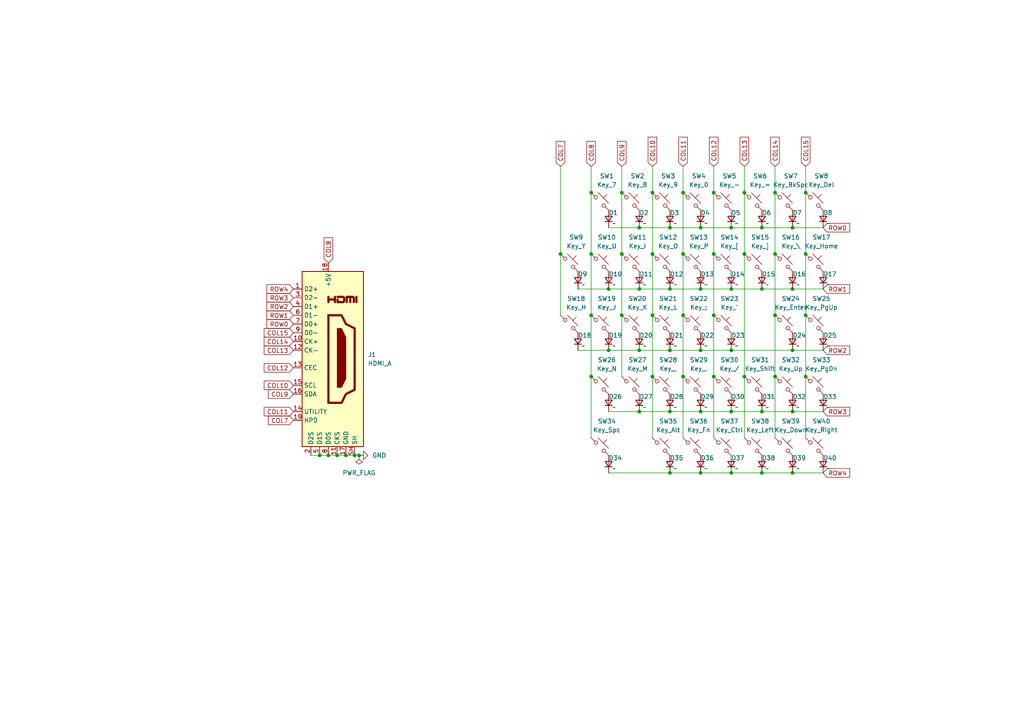
<source format=kicad_sch>
(kicad_sch (version 20231120) (generator "eeschema") (generator_version "8.0")
  (paper "A4")
  (lib_symbols
    (symbol "Connector:HDMI_A"
      (property "Reference" "J" (at -6.35 26.67 0))
      (property "Value" "HDMI_A" (at 10.16 26.67 0))
      (symbol "HDMI_A_0_0"
        (polyline (pts (xy 8.128 16.51) (xy 8.128 18.034)) (stroke (width 0.635)))
        (polyline (pts (xy 0 16.51) (xy 0 18.034) (xy 0 17.272) (xy 1.905 17.272) (xy 1.905 18.034) (xy 1.905 16.51)) (stroke (width 0.635)))
        (polyline (pts (xy 2.667 18.034) (xy 4.318 18.034) (xy 4.572 17.78) (xy 4.572 16.764) (xy 4.318 16.51) (xy 2.667 16.51) (xy 2.667 17.272)) (stroke (width 0.635)))
      )
      (symbol "HDMI_A_0_1"
        (rectangle (start -7.62 25.4) (end 10.16 -25.4) (stroke (width 0.254)) (fill (type background)))
        (polyline (pts (xy 2.54 8.89) (xy 3.81 8.89) (xy 5.08 6.35) (xy 5.08 -5.715) (xy 3.81 -8.255) (xy 2.54 -8.255) (xy 2.54 8.89)) (fill (type outline)))
        (polyline (pts (xy 5.334 16.51) (xy 5.334 18.034) (xy 6.35 18.034) (xy 6.35 16.51) (xy 6.35 18.034) (xy 7.112 18.034) (xy 7.366 17.78) (xy 7.366 16.51)) (stroke (width 0.635)))
        (polyline (pts (xy 0 12.7) (xy 0 -12.7) (xy 3.81 -12.7) (xy 5.08 -10.16) (xy 7.62 -8.89) (xy 7.62 8.89) (xy 5.08 10.16) (xy 3.81 12.7) (xy 0 12.7)) (stroke (width 0.635)))
      )
      (symbol "HDMI_A_1_1"
        (pin passive line (at -10.16 20.32 0) (length 2.54) (name "D2+") (number "1"))
        (pin passive line (at -10.16 5.08 0) (length 2.54) (name "CK+") (number "10"))
        (pin power_in line (at 2.54 -27.94 90) (length 2.54) (name "CKS") (number "11"))
        (pin passive line (at -10.16 2.54 0) (length 2.54) (name "CK-") (number "12"))
        (pin bidirectional line (at -10.16 -2.54 0) (length 2.54) (name "CEC") (number "13"))
        (pin passive line (at -10.16 -15.24 0) (length 2.54) (name "UTILITY") (number "14"))
        (pin passive line (at -10.16 -7.62 0) (length 2.54) (name "SCL") (number "15"))
        (pin bidirectional line (at -10.16 -10.16 0) (length 2.54) (name "SDA") (number "16"))
        (pin power_in line (at 5.08 -27.94 90) (length 2.54) (name "GND") (number "17"))
        (pin power_in line (at 0 27.94 270) (length 2.54) (name "+5V") (number "18"))
        (pin passive line (at -10.16 -17.78 0) (length 2.54) (name "HPD") (number "19"))
        (pin power_in line (at -5.08 -27.94 90) (length 2.54) (name "D2S") (number "2"))
        (pin passive line (at -10.16 17.78 0) (length 2.54) (name "D2-") (number "3"))
        (pin passive line (at -10.16 15.24 0) (length 2.54) (name "D1+") (number "4"))
        (pin power_in line (at -2.54 -27.94 90) (length 2.54) (name "D1S") (number "5"))
        (pin passive line (at -10.16 12.7 0) (length 2.54) (name "D1-") (number "6"))
        (pin passive line (at -10.16 10.16 0) (length 2.54) (name "D0+") (number "7"))
        (pin power_in line (at 0 -27.94 90) (length 2.54) (name "D0S") (number "8"))
        (pin passive line (at -10.16 7.62 0) (length 2.54) (name "D0-") (number "9"))
        (pin passive line (at 7.62 -27.94 90) (length 2.54) (name "SH") (number "SH"))
      )
    )
    (symbol "Device:D_Small" (pin_numbers hide) (pin_names (offset 0.254) hide)
      (property "Reference" "D" (at -1.27 2.032 0))
      (property "Value" "D_Small" (at -3.81 -2.032 0))
      (symbol "D_Small_0_1"
        (polyline (pts (xy -0.762 -1.016) (xy -0.762 1.016)) (stroke (width 0.254)))
        (polyline (pts (xy -0.762 0) (xy 0.762 0)))
        (polyline (pts (xy 0.762 -1.016) (xy -0.762 0) (xy 0.762 1.016) (xy 0.762 -1.016)) (stroke (width 0.254)))
      )
      (symbol "D_Small_1_1"
        (pin passive line (at -2.54 0 0) (length 1.778) (name "K") (number "1"))
        (pin passive line (at 2.54 0 180) (length 1.778) (name "A") (number "2"))
      )
    )
    (symbol "Switch:SW_Push_45deg" (pin_numbers hide) (pin_names (offset 1.016) hide)
      (property "Reference" "SW" (at 3.048 1.016 0))
      (property "Value" "SW_Push_45deg" (at 0 -3.81 0))
      (symbol "SW_Push_45deg_0_1"
        (circle (center -1.1684 1.1684) (radius 0.508))
        (polyline (pts (xy -0.508 2.54) (xy 2.54 -0.508)))
        (polyline (pts (xy 1.016 1.016) (xy 2.032 2.032)))
        (polyline (pts (xy -2.54 2.54) (xy -1.524 1.524) (xy -1.524 1.524)))
        (polyline (pts (xy 1.524 -1.524) (xy 2.54 -2.54) (xy 2.54 -2.54) (xy 2.54 -2.54)))
        (circle (center 1.143 -1.1938) (radius 0.508))
        (pin passive line (at -2.54 2.54 0) (length 0) (name "1") (number "1"))
        (pin passive line (at 2.54 -2.54 180) (length 0) (name "2") (number "2"))
      )
    )
    (symbol "power:GND" (power) (pin_numbers hide) (pin_names (offset 0) hide)
      (property "Value" "GND" (at 0 -3.81 0))
      (symbol "GND_0_1"
        (polyline (pts (xy 0 0) (xy 0 -1.27) (xy 1.27 -1.27) (xy 0 -2.54) (xy -1.27 -1.27) (xy 0 -1.27)))
      )
      (symbol "GND_1_1"
        (pin power_in line (at 0 0 270) (length 0) (name "~") (number "1"))
      )
    )
    (symbol "power:PWR_FLAG" (power) (pin_numbers hide) (pin_names (offset 0) hide)
      (property "Value" "PWR_FLAG" (at 0 3.81 0))
      (symbol "PWR_FLAG_0_0"
        (pin power_out line (at 0 0 90) (length 0) (name "~") (number "1"))
      )
      (symbol "PWR_FLAG_0_1"
        (polyline (pts (xy 0 0) (xy 0 1.27) (xy -1.016 1.905) (xy 0 2.54) (xy 1.016 1.905) (xy 0 1.27)))
      )
    )
  )
  (junction (at 180.34 55.88))
  (junction (at 102.87 132.08))
  (junction (at 212.09 66.04))
  (junction (at 198.12 55.88))
  (junction (at 194.31 137.16))
  (junction (at 198.12 91.44))
  (junction (at 198.12 109.22))
  (junction (at 215.9 73.66))
  (junction (at 203.2 66.04))
  (junction (at 212.09 119.38))
  (junction (at 224.79 91.44))
  (junction (at 224.79 55.88))
  (junction (at 229.87 101.6))
  (junction (at 194.31 66.04))
  (junction (at 220.98 66.04))
  (junction (at 207.01 55.88))
  (junction (at 194.31 119.38))
  (junction (at 97.79 132.08))
  (junction (at 220.98 137.16))
  (junction (at 176.53 101.6))
  (junction (at 207.01 91.44))
  (junction (at 207.01 109.22))
  (junction (at 229.87 66.04))
  (junction (at 233.68 91.44))
  (junction (at 162.56 73.66))
  (junction (at 176.53 83.82))
  (junction (at 100.33 132.08))
  (junction (at 220.98 83.82))
  (junction (at 171.45 109.22))
  (junction (at 233.68 73.66))
  (junction (at 212.09 83.82))
  (junction (at 207.01 73.66))
  (junction (at 180.34 73.66))
  (junction (at 212.09 101.6))
  (junction (at 95.25 132.08))
  (junction (at 185.42 101.6))
  (junction (at 215.9 109.22))
  (junction (at 189.23 73.66))
  (junction (at 203.2 83.82))
  (junction (at 203.2 101.6))
  (junction (at 212.09 137.16))
  (junction (at 198.12 73.66))
  (junction (at 203.2 119.38))
  (junction (at 229.87 137.16))
  (junction (at 189.23 55.88))
  (junction (at 185.42 83.82))
  (junction (at 189.23 109.22))
  (junction (at 104.14 132.08))
  (junction (at 180.34 91.44))
  (junction (at 171.45 55.88))
  (junction (at 171.45 91.44))
  (junction (at 194.31 101.6))
  (junction (at 224.79 109.22))
  (junction (at 229.87 119.38))
  (junction (at 215.9 55.88))
  (junction (at 189.23 91.44))
  (junction (at 194.31 83.82))
  (junction (at 220.98 119.38))
  (junction (at 224.79 73.66))
  (junction (at 185.42 119.38))
  (junction (at 171.45 73.66))
  (junction (at 229.87 83.82))
  (junction (at 203.2 137.16))
  (junction (at 233.68 55.88))
  (junction (at 92.71 132.08))
  (junction (at 233.68 109.22))
  (junction (at 185.42 66.04))
  (wire (pts (xy 176.53 137.16) (xy 194.31 137.16)))
  (wire (pts (xy 220.98 83.82) (xy 229.87 83.82)))
  (wire (pts (xy 203.2 83.82) (xy 212.09 83.82)))
  (wire (pts (xy 189.23 48.26) (xy 189.23 55.88)))
  (wire (pts (xy 97.79 132.08) (xy 100.33 132.08)))
  (wire (pts (xy 224.79 73.66) (xy 224.79 91.44)))
  (wire (pts (xy 198.12 55.88) (xy 198.12 73.66)))
  (wire (pts (xy 229.87 137.16) (xy 238.76 137.16)))
  (wire (pts (xy 180.34 91.44) (xy 180.34 109.22)))
  (wire (pts (xy 194.31 101.6) (xy 203.2 101.6)))
  (wire (pts (xy 229.87 101.6) (xy 238.76 101.6)))
  (wire (pts (xy 215.9 48.26) (xy 215.9 55.88)))
  (wire (pts (xy 95.25 132.08) (xy 97.79 132.08)))
  (wire (pts (xy 212.09 101.6) (xy 229.87 101.6)))
  (wire (pts (xy 162.56 73.66) (xy 162.56 91.44)))
  (wire (pts (xy 207.01 73.66) (xy 207.01 91.44)))
  (wire (pts (xy 233.68 55.88) (xy 233.68 73.66)))
  (wire (pts (xy 220.98 119.38) (xy 229.87 119.38)))
  (wire (pts (xy 203.2 66.04) (xy 212.09 66.04)))
  (wire (pts (xy 171.45 109.22) (xy 171.45 127)))
  (wire (pts (xy 207.01 48.26) (xy 207.01 55.88)))
  (wire (pts (xy 198.12 109.22) (xy 198.12 127)))
  (wire (pts (xy 185.42 119.38) (xy 194.31 119.38)))
  (wire (pts (xy 220.98 137.16) (xy 229.87 137.16)))
  (wire (pts (xy 167.64 83.82) (xy 176.53 83.82)))
  (wire (pts (xy 229.87 119.38) (xy 238.76 119.38)))
  (wire (pts (xy 220.98 66.04) (xy 229.87 66.04)))
  (wire (pts (xy 180.34 55.88) (xy 180.34 73.66)))
  (wire (pts (xy 167.64 101.6) (xy 176.53 101.6)))
  (wire (pts (xy 224.79 109.22) (xy 224.79 127)))
  (wire (pts (xy 229.87 83.82) (xy 238.76 83.82)))
  (wire (pts (xy 171.45 73.66) (xy 171.45 91.44)))
  (wire (pts (xy 233.68 48.26) (xy 233.68 55.88)))
  (wire (pts (xy 212.09 83.82) (xy 220.98 83.82)))
  (wire (pts (xy 194.31 66.04) (xy 203.2 66.04)))
  (wire (pts (xy 212.09 66.04) (xy 220.98 66.04)))
  (wire (pts (xy 90.17 132.08) (xy 92.71 132.08)))
  (wire (pts (xy 171.45 55.88) (xy 171.45 73.66)))
  (wire (pts (xy 233.68 73.66) (xy 233.68 91.44)))
  (wire (pts (xy 176.53 66.04) (xy 185.42 66.04)))
  (wire (pts (xy 224.79 48.26) (xy 224.79 55.88)))
  (wire (pts (xy 229.87 66.04) (xy 238.76 66.04)))
  (wire (pts (xy 92.71 132.08) (xy 95.25 132.08)))
  (wire (pts (xy 203.2 101.6) (xy 212.09 101.6)))
  (wire (pts (xy 198.12 91.44) (xy 198.12 109.22)))
  (wire (pts (xy 233.68 91.44) (xy 233.68 109.22)))
  (wire (pts (xy 207.01 109.22) (xy 207.01 127)))
  (wire (pts (xy 215.9 55.88) (xy 215.9 73.66)))
  (wire (pts (xy 189.23 55.88) (xy 189.23 73.66)))
  (wire (pts (xy 233.68 109.22) (xy 233.68 127)))
  (wire (pts (xy 215.9 73.66) (xy 215.9 109.22)))
  (wire (pts (xy 207.01 91.44) (xy 207.01 109.22)))
  (wire (pts (xy 203.2 119.38) (xy 212.09 119.38)))
  (wire (pts (xy 100.33 132.08) (xy 102.87 132.08)))
  (wire (pts (xy 189.23 109.22) (xy 189.23 127)))
  (wire (pts (xy 189.23 73.66) (xy 189.23 91.44)))
  (wire (pts (xy 185.42 66.04) (xy 194.31 66.04)))
  (wire (pts (xy 171.45 48.26) (xy 171.45 55.88)))
  (wire (pts (xy 180.34 73.66) (xy 180.34 91.44)))
  (wire (pts (xy 180.34 48.26) (xy 180.34 55.88)))
  (wire (pts (xy 176.53 101.6) (xy 185.42 101.6)))
  (wire (pts (xy 212.09 137.16) (xy 220.98 137.16)))
  (wire (pts (xy 162.56 48.26) (xy 162.56 73.66)))
  (wire (pts (xy 203.2 137.16) (xy 212.09 137.16)))
  (wire (pts (xy 185.42 101.6) (xy 194.31 101.6)))
  (wire (pts (xy 198.12 48.26) (xy 198.12 55.88)))
  (wire (pts (xy 212.09 119.38) (xy 220.98 119.38)))
  (wire (pts (xy 104.14 132.08) (xy 102.87 132.08)))
  (wire (pts (xy 198.12 73.66) (xy 198.12 91.44)))
  (wire (pts (xy 185.42 83.82) (xy 194.31 83.82)))
  (wire (pts (xy 176.53 83.82) (xy 185.42 83.82)))
  (wire (pts (xy 207.01 55.88) (xy 207.01 73.66)))
  (wire (pts (xy 215.9 109.22) (xy 215.9 127)))
  (wire (pts (xy 224.79 91.44) (xy 224.79 109.22)))
  (wire (pts (xy 171.45 91.44) (xy 171.45 109.22)))
  (wire (pts (xy 194.31 137.16) (xy 203.2 137.16)))
  (wire (pts (xy 189.23 91.44) (xy 189.23 109.22)))
  (wire (pts (xy 194.31 119.38) (xy 203.2 119.38)))
  (wire (pts (xy 224.79 55.88) (xy 224.79 73.66)))
  (wire (pts (xy 194.31 83.82) (xy 203.2 83.82)))
  (wire (pts (xy 176.53 119.38) (xy 185.42 119.38)))
  (global_label "ROW4" (shape input) (at 85.09 83.82 180) (property "Intersheetrefs" "${INTERSHEET_REFS}" (effects (hide yes))))
  (global_label "COL9" (shape input) (at 180.34 48.26 90) (property "Intersheetrefs" "${INTERSHEET_REFS}" (effects (hide yes))))
  (global_label "ROW3" (shape input) (at 85.09 86.36 180) (property "Intersheetrefs" "${INTERSHEET_REFS}" (effects (hide yes))))
  (global_label "COL13" (shape input) (at 85.09 101.6 180) (property "Intersheetrefs" "${INTERSHEET_REFS}" (effects (hide yes))))
  (global_label "COL12" (shape input) (at 85.09 106.68 180) (property "Intersheetrefs" "${INTERSHEET_REFS}" (effects (hide yes))))
  (global_label "COL12" (shape input) (at 207.01 48.26 90) (property "Intersheetrefs" "${INTERSHEET_REFS}" (effects (hide yes))))
  (global_label "COL10" (shape input) (at 85.09 111.76 180) (property "Intersheetrefs" "${INTERSHEET_REFS}" (effects (hide yes))))
  (global_label "COL13" (shape input) (at 215.9 48.26 90) (property "Intersheetrefs" "${INTERSHEET_REFS}" (effects (hide yes))))
  (global_label "COL14" (shape input) (at 85.09 99.06 180) (property "Intersheetrefs" "${INTERSHEET_REFS}" (effects (hide yes))))
  (global_label "COL7" (shape input) (at 85.09 121.92 180) (property "Intersheetrefs" "${INTERSHEET_REFS}" (effects (hide yes))))
  (global_label "COL7" (shape input) (at 162.56 48.26 90) (property "Intersheetrefs" "${INTERSHEET_REFS}" (effects (hide yes))))
  (global_label "ROW1" (shape input) (at 238.76 83.82 0) (property "Intersheetrefs" "${INTERSHEET_REFS}" (effects (hide yes))))
  (global_label "COL11" (shape input) (at 198.12 48.26 90) (property "Intersheetrefs" "${INTERSHEET_REFS}" (effects (hide yes))))
  (global_label "COL8" (shape input) (at 95.25 76.2 90) (property "Intersheetrefs" "${INTERSHEET_REFS}" (effects (hide yes))))
  (global_label "ROW1" (shape input) (at 85.09 91.44 180) (property "Intersheetrefs" "${INTERSHEET_REFS}" (effects (hide yes))))
  (global_label "COL11" (shape input) (at 85.09 119.38 180) (property "Intersheetrefs" "${INTERSHEET_REFS}" (effects (hide yes))))
  (global_label "ROW2" (shape input) (at 85.09 88.9 180) (property "Intersheetrefs" "${INTERSHEET_REFS}" (effects (hide yes))))
  (global_label "ROW3" (shape input) (at 238.76 119.38 0) (property "Intersheetrefs" "${INTERSHEET_REFS}" (effects (hide yes))))
  (global_label "COL9" (shape input) (at 85.09 114.3 180) (property "Intersheetrefs" "${INTERSHEET_REFS}" (effects (hide yes))))
  (global_label "ROW0" (shape input) (at 238.76 66.04 0) (property "Intersheetrefs" "${INTERSHEET_REFS}" (effects (hide yes))))
  (global_label "ROW4" (shape input) (at 238.76 137.16 0) (property "Intersheetrefs" "${INTERSHEET_REFS}" (effects (hide yes))))
  (global_label "COL10" (shape input) (at 189.23 48.26 90) (property "Intersheetrefs" "${INTERSHEET_REFS}" (effects (hide yes))))
  (global_label "COL15" (shape input) (at 233.68 48.26 90) (property "Intersheetrefs" "${INTERSHEET_REFS}" (effects (hide yes))))
  (global_label "COL8" (shape input) (at 171.45 48.26 90) (property "Intersheetrefs" "${INTERSHEET_REFS}" (effects (hide yes))))
  (global_label "COL14" (shape input) (at 224.79 48.26 90) (property "Intersheetrefs" "${INTERSHEET_REFS}" (effects (hide yes))))
  (global_label "ROW2" (shape input) (at 238.76 101.6 0) (property "Intersheetrefs" "${INTERSHEET_REFS}" (effects (hide yes))))
  (global_label "COL15" (shape input) (at 85.09 96.52 180) (property "Intersheetrefs" "${INTERSHEET_REFS}" (effects (hide yes))))
  (global_label "ROW0" (shape input) (at 85.09 93.98 180) (property "Intersheetrefs" "${INTERSHEET_REFS}" (effects (hide yes))))
  (symbol (lib_id "Device:D_Small") (at 212.09 116.84 90) (unit 1)
    (property "Reference" "D30" (at 212.09 115.062 90) (effects (justify right)))
    (property "Value" "~" (at 213.106 118.11 90) (effects (justify right)))
    (property "Footprint" "Diode_SMD:D_SOD-123" (effects (hide yes)))
    (property "Description" "Diode, small symbol" (effects (hide yes)))
    (property "Sim.Device" "D" (effects (hide yes)))
    (property "Sim.Pins" "1=K 2=A" (effects (hide yes)))
  )
  (symbol (lib_id "Switch:SW_Push_45deg") (at 236.22 129.54 0) (unit 1)
    (property "Reference" "SW40" (at 238.252 122.174 0))
    (property "Value" "Key_Right" (at 238.252 124.714 0))
    (property "Footprint" "key-switches:SW_Gateron_LowProfile_HotSwap_Good" (effects (hide yes)))
    (property "Description" "Push button switch, normally open, two pins, 45° tilted" (effects (hide yes)))
  )
  (symbol (lib_id "Device:D_Small") (at 203.2 99.06 90) (unit 1)
    (property "Reference" "D22" (at 203.2 97.282 90) (effects (justify right)))
    (property "Value" "~" (at 204.216 100.33 90) (effects (justify right)))
    (property "Footprint" "Diode_SMD:D_SOD-123" (effects (hide yes)))
    (property "Description" "Diode, small symbol" (effects (hide yes)))
    (property "Sim.Device" "D" (effects (hide yes)))
    (property "Sim.Pins" "1=K 2=A" (effects (hide yes)))
  )
  (symbol (lib_id "Switch:SW_Push_45deg") (at 182.88 93.98 0) (unit 1)
    (property "Reference" "SW20" (at 184.912 86.614 0))
    (property "Value" "Key_K" (at 184.912 89.154 0))
    (property "Footprint" "key-switches:SW_Gateron_LowProfile_HotSwap_Good" (effects (hide yes)))
    (property "Description" "Push button switch, normally open, two pins, 45° tilted" (effects (hide yes)))
  )
  (symbol (lib_id "Switch:SW_Push_45deg") (at 209.55 129.54 0) (unit 1)
    (property "Reference" "SW37" (at 211.582 122.174 0))
    (property "Value" "Key_Ctrl" (at 211.582 124.714 0))
    (property "Footprint" "key-switches:SW_Gateron_LowProfile_HotSwap_Good" (effects (hide yes)))
    (property "Description" "Push button switch, normally open, two pins, 45° tilted" (effects (hide yes)))
  )
  (symbol (lib_id "Switch:SW_Push_45deg") (at 173.99 93.98 0) (unit 1)
    (property "Reference" "SW19" (at 176.022 86.614 0))
    (property "Value" "Key_J" (at 176.022 89.154 0))
    (property "Footprint" "key-switches:SW_Gateron_LowProfile_HotSwap_Good" (effects (hide yes)))
    (property "Description" "Push button switch, normally open, two pins, 45° tilted" (effects (hide yes)))
  )
  (symbol (lib_id "Device:D_Small") (at 229.87 81.28 90) (unit 1)
    (property "Reference" "D16" (at 229.87 79.502 90) (effects (justify right)))
    (property "Value" "~" (at 230.886 82.55 90) (effects (justify right)))
    (property "Footprint" "Diode_SMD:D_SOD-123" (effects (hide yes)))
    (property "Description" "Diode, small symbol" (effects (hide yes)))
    (property "Sim.Device" "D" (effects (hide yes)))
    (property "Sim.Pins" "1=K 2=A" (effects (hide yes)))
  )
  (symbol (lib_id "Device:D_Small") (at 185.42 99.06 90) (unit 1)
    (property "Reference" "D20" (at 185.42 97.282 90) (effects (justify right)))
    (property "Value" "~" (at 186.436 100.33 90) (effects (justify right)))
    (property "Footprint" "Diode_SMD:D_SOD-123" (effects (hide yes)))
    (property "Description" "Diode, small symbol" (effects (hide yes)))
    (property "Sim.Device" "D" (effects (hide yes)))
    (property "Sim.Pins" "1=K 2=A" (effects (hide yes)))
  )
  (symbol (lib_id "Switch:SW_Push_45deg") (at 165.1 76.2 0) (unit 1)
    (property "Reference" "SW9" (at 167.132 68.834 0))
    (property "Value" "Key_Y" (at 167.132 71.374 0))
    (property "Footprint" "key-switches:SW_Gateron_LowProfile_HotSwap_Good" (effects (hide yes)))
    (property "Description" "Push button switch, normally open, two pins, 45° tilted" (effects (hide yes)))
  )
  (symbol (lib_id "Device:D_Small") (at 194.31 99.06 90) (unit 1)
    (property "Reference" "D21" (at 194.31 97.282 90) (effects (justify right)))
    (property "Value" "~" (at 195.326 100.33 90) (effects (justify right)))
    (property "Footprint" "Diode_SMD:D_SOD-123" (effects (hide yes)))
    (property "Description" "Diode, small symbol" (effects (hide yes)))
    (property "Sim.Device" "D" (effects (hide yes)))
    (property "Sim.Pins" "1=K 2=A" (effects (hide yes)))
  )
  (symbol (lib_id "Device:D_Small") (at 203.2 134.62 90) (unit 1)
    (property "Reference" "D36" (at 203.2 132.842 90) (effects (justify right)))
    (property "Value" "~" (at 204.216 135.89 90) (effects (justify right)))
    (property "Footprint" "Diode_SMD:D_SOD-123" (effects (hide yes)))
    (property "Description" "Diode, small symbol" (effects (hide yes)))
    (property "Sim.Device" "D" (effects (hide yes)))
    (property "Sim.Pins" "1=K 2=A" (effects (hide yes)))
  )
  (symbol (lib_id "Switch:SW_Push_45deg") (at 236.22 58.42 0) (unit 1)
    (property "Reference" "SW8" (at 238.252 51.054 0))
    (property "Value" "Key_Del" (at 238.252 53.594 0))
    (property "Footprint" "key-switches:SW_Gateron_LowProfile_HotSwap_Good" (effects (hide yes)))
    (property "Description" "Push button switch, normally open, two pins, 45° tilted" (effects (hide yes)))
  )
  (symbol (lib_id "Device:D_Small") (at 185.42 63.5 90) (unit 1)
    (property "Reference" "D2" (at 185.42 61.722 90) (effects (justify right)))
    (property "Value" "~" (at 186.436 64.77 90) (effects (justify right)))
    (property "Footprint" "Diode_SMD:D_SOD-123" (effects (hide yes)))
    (property "Description" "Diode, small symbol" (effects (hide yes)))
    (property "Sim.Device" "D" (effects (hide yes)))
    (property "Sim.Pins" "1=K 2=A" (effects (hide yes)))
  )
  (symbol (lib_id "Device:D_Small") (at 212.09 99.06 90) (unit 1)
    (property "Reference" "D23" (at 212.09 97.282 90) (effects (justify right)))
    (property "Value" "~" (at 213.106 100.33 90) (effects (justify right)))
    (property "Footprint" "Diode_SMD:D_SOD-123" (effects (hide yes)))
    (property "Description" "Diode, small symbol" (effects (hide yes)))
    (property "Sim.Device" "D" (effects (hide yes)))
    (property "Sim.Pins" "1=K 2=A" (effects (hide yes)))
  )
  (symbol (lib_id "Device:D_Small") (at 212.09 63.5 90) (unit 1)
    (property "Reference" "D5" (at 212.09 61.722 90) (effects (justify right)))
    (property "Value" "~" (at 213.106 64.77 90) (effects (justify right)))
    (property "Footprint" "Diode_SMD:D_SOD-123" (effects (hide yes)))
    (property "Description" "Diode, small symbol" (effects (hide yes)))
    (property "Sim.Device" "D" (effects (hide yes)))
    (property "Sim.Pins" "1=K 2=A" (effects (hide yes)))
  )
  (symbol (lib_id "Device:D_Small") (at 229.87 134.62 90) (unit 1)
    (property "Reference" "D39" (at 229.87 132.842 90) (effects (justify right)))
    (property "Value" "~" (at 230.886 135.89 90) (effects (justify right)))
    (property "Footprint" "Diode_SMD:D_SOD-123" (effects (hide yes)))
    (property "Description" "Diode, small symbol" (effects (hide yes)))
    (property "Sim.Device" "D" (effects (hide yes)))
    (property "Sim.Pins" "1=K 2=A" (effects (hide yes)))
  )
  (symbol (lib_id "Device:D_Small") (at 167.64 81.28 90) (unit 1)
    (property "Reference" "D9" (at 167.64 79.502 90) (effects (justify right)))
    (property "Value" "~" (at 168.656 82.55 90) (effects (justify right)))
    (property "Footprint" "Diode_SMD:D_SOD-123" (effects (hide yes)))
    (property "Description" "Diode, small symbol" (effects (hide yes)))
    (property "Sim.Device" "D" (effects (hide yes)))
    (property "Sim.Pins" "1=K 2=A" (effects (hide yes)))
  )
  (symbol (lib_id "Switch:SW_Push_45deg") (at 182.88 58.42 0) (unit 1)
    (property "Reference" "SW2" (at 184.912 51.054 0))
    (property "Value" "Key_8" (at 184.912 53.594 0))
    (property "Footprint" "key-switches:SW_Gateron_LowProfile_HotSwap_Good" (effects (hide yes)))
    (property "Description" "Push button switch, normally open, two pins, 45° tilted" (effects (hide yes)))
  )
  (symbol (lib_id "Switch:SW_Push_45deg") (at 209.55 58.42 0) (unit 1)
    (property "Reference" "SW5" (at 211.582 51.054 0))
    (property "Value" "Key_-" (at 211.582 53.594 0))
    (property "Footprint" "key-switches:SW_Gateron_LowProfile_HotSwap_Good" (effects (hide yes)))
    (property "Description" "Push button switch, normally open, two pins, 45° tilted" (effects (hide yes)))
  )
  (symbol (lib_id "Switch:SW_Push_45deg") (at 227.33 111.76 0) (unit 1)
    (property "Reference" "SW32" (at 229.362 104.394 0))
    (property "Value" "Key_Up" (at 229.362 106.934 0))
    (property "Footprint" "key-switches:SW_Gateron_LowProfile_HotSwap_Good" (effects (hide yes)))
    (property "Description" "Push button switch, normally open, two pins, 45° tilted" (effects (hide yes)))
  )
  (symbol (lib_id "Device:D_Small") (at 194.31 63.5 90) (unit 1)
    (property "Reference" "D3" (at 194.31 61.722 90) (effects (justify right)))
    (property "Value" "~" (at 195.326 64.77 90) (effects (justify right)))
    (property "Footprint" "Diode_SMD:D_SOD-123" (effects (hide yes)))
    (property "Description" "Diode, small symbol" (effects (hide yes)))
    (property "Sim.Device" "D" (effects (hide yes)))
    (property "Sim.Pins" "1=K 2=A" (effects (hide yes)))
  )
  (symbol (lib_id "Switch:SW_Push_45deg") (at 236.22 93.98 0) (unit 1)
    (property "Reference" "SW25" (at 238.252 86.614 0))
    (property "Value" "Key_PgUp" (at 238.252 89.154 0))
    (property "Footprint" "key-switches:SW_Gateron_LowProfile_HotSwap_Good" (effects (hide yes)))
    (property "Description" "Push button switch, normally open, two pins, 45° tilted" (effects (hide yes)))
  )
  (symbol (lib_id "Device:D_Small") (at 203.2 81.28 90) (unit 1)
    (property "Reference" "D13" (at 203.2 79.502 90) (effects (justify right)))
    (property "Value" "~" (at 204.216 82.55 90) (effects (justify right)))
    (property "Footprint" "Diode_SMD:D_SOD-123" (effects (hide yes)))
    (property "Description" "Diode, small symbol" (effects (hide yes)))
    (property "Sim.Device" "D" (effects (hide yes)))
    (property "Sim.Pins" "1=K 2=A" (effects (hide yes)))
  )
  (symbol (lib_id "Switch:SW_Push_45deg") (at 200.66 58.42 0) (unit 1)
    (property "Reference" "SW4" (at 202.692 51.054 0))
    (property "Value" "Key_0" (at 202.692 53.594 0))
    (property "Footprint" "key-switches:SW_Gateron_LowProfile_HotSwap_Good" (effects (hide yes)))
    (property "Description" "Push button switch, normally open, two pins, 45° tilted" (effects (hide yes)))
  )
  (symbol (lib_id "Switch:SW_Push_45deg") (at 173.99 76.2 0) (unit 1)
    (property "Reference" "SW10" (at 176.022 68.834 0))
    (property "Value" "Key_U" (at 176.022 71.374 0))
    (property "Footprint" "key-switches:SW_Gateron_LowProfile_HotSwap_Good" (effects (hide yes)))
    (property "Description" "Push button switch, normally open, two pins, 45° tilted" (effects (hide yes)))
  )
  (symbol (lib_id "Switch:SW_Push_45deg") (at 227.33 58.42 0) (unit 1)
    (property "Reference" "SW7" (at 229.362 51.054 0))
    (property "Value" "Key_BkSpc" (at 229.362 53.594 0))
    (property "Footprint" "key-switches:SW_Gateron_LowProfile_HotSwap_Good" (effects (hide yes)))
    (property "Description" "Push button switch, normally open, two pins, 45° tilted" (effects (hide yes)))
  )
  (symbol (lib_id "Device:D_Small") (at 220.98 81.28 90) (unit 1)
    (property "Reference" "D15" (at 220.98 79.502 90) (effects (justify right)))
    (property "Value" "~" (at 221.996 82.55 90) (effects (justify right)))
    (property "Footprint" "Diode_SMD:D_SOD-123" (effects (hide yes)))
    (property "Description" "Diode, small symbol" (effects (hide yes)))
    (property "Sim.Device" "D" (effects (hide yes)))
    (property "Sim.Pins" "1=K 2=A" (effects (hide yes)))
  )
  (symbol (lib_id "Switch:SW_Push_45deg") (at 227.33 129.54 0) (unit 1)
    (property "Reference" "SW39" (at 229.362 122.174 0))
    (property "Value" "Key_Down" (at 229.362 124.714 0))
    (property "Footprint" "key-switches:SW_Gateron_LowProfile_HotSwap_Good" (effects (hide yes)))
    (property "Description" "Push button switch, normally open, two pins, 45° tilted" (effects (hide yes)))
  )
  (symbol (lib_id "Switch:SW_Push_45deg") (at 218.44 129.54 0) (unit 1)
    (property "Reference" "SW38" (at 220.472 122.174 0))
    (property "Value" "Key_Left" (at 220.472 124.714 0))
    (property "Footprint" "key-switches:SW_Gateron_LowProfile_HotSwap_Good" (effects (hide yes)))
    (property "Description" "Push button switch, normally open, two pins, 45° tilted" (effects (hide yes)))
  )
  (symbol (lib_id "Switch:SW_Push_45deg") (at 227.33 76.2 0) (unit 1)
    (property "Reference" "SW16" (at 229.362 68.834 0))
    (property "Value" "Key_\\" (at 229.362 71.374 0))
    (property "Footprint" "key-switches:SW_Gateron_LowProfile_HotSwap_Good" (effects (hide yes)))
    (property "Description" "Push button switch, normally open, two pins, 45° tilted" (effects (hide yes)))
  )
  (symbol (lib_id "Device:D_Small") (at 176.53 134.62 90) (unit 1)
    (property "Reference" "D34" (at 176.53 132.842 90) (effects (justify right)))
    (property "Value" "~" (at 177.546 135.89 90) (effects (justify right)))
    (property "Footprint" "Diode_SMD:D_SOD-123" (effects (hide yes)))
    (property "Description" "Diode, small symbol" (effects (hide yes)))
    (property "Sim.Device" "D" (effects (hide yes)))
    (property "Sim.Pins" "1=K 2=A" (effects (hide yes)))
  )
  (symbol (lib_id "Switch:SW_Push_45deg") (at 209.55 111.76 0) (unit 1)
    (property "Reference" "SW30" (at 211.582 104.394 0))
    (property "Value" "Key_/" (at 211.582 106.934 0))
    (property "Footprint" "key-switches:SW_Gateron_LowProfile_HotSwap_Good" (effects (hide yes)))
    (property "Description" "Push button switch, normally open, two pins, 45° tilted" (effects (hide yes)))
  )
  (symbol (lib_id "Switch:SW_Push_45deg") (at 227.33 93.98 0) (unit 1)
    (property "Reference" "SW24" (at 229.362 86.614 0))
    (property "Value" "Key_Enter" (at 229.362 89.154 0))
    (property "Footprint" "key-switches:SW_Gateron_LowProfile_HotSwap_Good" (effects (hide yes)))
    (property "Description" "Push button switch, normally open, two pins, 45° tilted" (effects (hide yes)))
  )
  (symbol (lib_id "Device:D_Small") (at 176.53 116.84 90) (unit 1)
    (property "Reference" "D26" (at 176.53 115.062 90) (effects (justify right)))
    (property "Value" "~" (at 177.546 118.11 90) (effects (justify right)))
    (property "Footprint" "Diode_SMD:D_SOD-123" (effects (hide yes)))
    (property "Description" "Diode, small symbol" (effects (hide yes)))
    (property "Sim.Device" "D" (effects (hide yes)))
    (property "Sim.Pins" "1=K 2=A" (effects (hide yes)))
  )
  (symbol (lib_id "Device:D_Small") (at 185.42 116.84 90) (unit 1)
    (property "Reference" "D27" (at 185.42 115.062 90) (effects (justify right)))
    (property "Value" "~" (at 186.436 118.11 90) (effects (justify right)))
    (property "Footprint" "Diode_SMD:D_SOD-123" (effects (hide yes)))
    (property "Description" "Diode, small symbol" (effects (hide yes)))
    (property "Sim.Device" "D" (effects (hide yes)))
    (property "Sim.Pins" "1=K 2=A" (effects (hide yes)))
  )
  (symbol (lib_id "Device:D_Small") (at 176.53 63.5 90) (unit 1)
    (property "Reference" "D1" (at 176.53 61.722 90) (effects (justify right)))
    (property "Value" "~" (at 177.546 64.77 90) (effects (justify right)))
    (property "Footprint" "Diode_SMD:D_SOD-123" (effects (hide yes)))
    (property "Description" "Diode, small symbol" (effects (hide yes)))
    (property "Sim.Device" "D" (effects (hide yes)))
    (property "Sim.Pins" "1=K 2=A" (effects (hide yes)))
  )
  (symbol (lib_id "Switch:SW_Push_45deg") (at 191.77 58.42 0) (unit 1)
    (property "Reference" "SW3" (at 193.802 51.054 0))
    (property "Value" "Key_9" (at 193.802 53.594 0))
    (property "Footprint" "key-switches:SW_Gateron_LowProfile_HotSwap_Good" (effects (hide yes)))
    (property "Description" "Push button switch, normally open, two pins, 45° tilted" (effects (hide yes)))
  )
  (symbol (lib_id "Switch:SW_Push_45deg") (at 218.44 76.2 0) (unit 1)
    (property "Reference" "SW15" (at 220.472 68.834 0))
    (property "Value" "Key_]" (at 220.472 71.374 0))
    (property "Footprint" "key-switches:SW_Gateron_LowProfile_HotSwap_Good" (effects (hide yes)))
    (property "Description" "Push button switch, normally open, two pins, 45° tilted" (effects (hide yes)))
  )
  (symbol (lib_id "Connector:HDMI_A") (at 95.25 104.14 0) (unit 1)
    (property "Reference" "J1" (at 106.68 102.8699 0) (effects (justify left)))
    (property "Value" "HDMI_A" (at 106.68 105.4099 0) (effects (justify left)))
    (property "Footprint" "Connector_Video:HDMI_A_Amphenol_10029449-x01xLF_Horizontal" (effects (hide yes)))
    (property "Datasheet" "https://en.wikipedia.org/wiki/HDMI" (effects (hide yes)))
    (property "Description" "HDMI type A connector" (effects (hide yes)))
  )
  (symbol (lib_id "Switch:SW_Push_45deg") (at 191.77 93.98 0) (unit 1)
    (property "Reference" "SW21" (at 193.802 86.614 0))
    (property "Value" "Key_L" (at 193.802 89.154 0))
    (property "Footprint" "key-switches:SW_Gateron_LowProfile_HotSwap_Good" (effects (hide yes)))
    (property "Description" "Push button switch, normally open, two pins, 45° tilted" (effects (hide yes)))
  )
  (symbol (lib_id "Device:D_Small") (at 238.76 134.62 90) (unit 1)
    (property "Reference" "D40" (at 238.76 132.842 90) (effects (justify right)))
    (property "Value" "~" (at 239.776 135.89 90) (effects (justify right)))
    (property "Footprint" "Diode_SMD:D_SOD-123" (effects (hide yes)))
    (property "Description" "Diode, small symbol" (effects (hide yes)))
    (property "Sim.Device" "D" (effects (hide yes)))
    (property "Sim.Pins" "1=K 2=A" (effects (hide yes)))
  )
  (symbol (lib_id "Switch:SW_Push_45deg") (at 200.66 111.76 0) (unit 1)
    (property "Reference" "SW29" (at 202.692 104.394 0))
    (property "Value" "Key_." (at 202.692 106.934 0))
    (property "Footprint" "key-switches:SW_Gateron_LowProfile_HotSwap_Good" (effects (hide yes)))
    (property "Description" "Push button switch, normally open, two pins, 45° tilted" (effects (hide yes)))
  )
  (symbol (lib_id "Switch:SW_Push_45deg") (at 165.1 93.98 0) (unit 1)
    (property "Reference" "SW18" (at 167.132 86.614 0))
    (property "Value" "Key_H" (at 167.132 89.154 0))
    (property "Footprint" "key-switches:SW_Gateron_LowProfile_HotSwap_Good" (effects (hide yes)))
    (property "Description" "Push button switch, normally open, two pins, 45° tilted" (effects (hide yes)))
  )
  (symbol (lib_id "Switch:SW_Push_45deg") (at 173.99 129.54 0) (unit 1)
    (property "Reference" "SW34" (at 176.022 122.174 0))
    (property "Value" "Key_Spc" (at 176.022 124.714 0))
    (property "Footprint" "key-switches:SW_Gateron_LowProfile_HotSwap_Good" (effects (hide yes)))
    (property "Description" "Push button switch, normally open, two pins, 45° tilted" (effects (hide yes)))
  )
  (symbol (lib_id "Device:D_Small") (at 229.87 63.5 90) (unit 1)
    (property "Reference" "D7" (at 229.87 61.722 90) (effects (justify right)))
    (property "Value" "~" (at 230.886 64.77 90) (effects (justify right)))
    (property "Footprint" "Diode_SMD:D_SOD-123" (effects (hide yes)))
    (property "Description" "Diode, small symbol" (effects (hide yes)))
    (property "Sim.Device" "D" (effects (hide yes)))
    (property "Sim.Pins" "1=K 2=A" (effects (hide yes)))
  )
  (symbol (lib_id "Switch:SW_Push_45deg") (at 200.66 93.98 0) (unit 1)
    (property "Reference" "SW22" (at 202.692 86.614 0))
    (property "Value" "Key_;" (at 202.692 89.154 0))
    (property "Footprint" "key-switches:SW_Gateron_LowProfile_HotSwap_Good" (effects (hide yes)))
    (property "Description" "Push button switch, normally open, two pins, 45° tilted" (effects (hide yes)))
  )
  (symbol (lib_id "Device:D_Small") (at 220.98 116.84 90) (unit 1)
    (property "Reference" "D31" (at 220.98 115.062 90) (effects (justify right)))
    (property "Value" "~" (at 221.996 118.11 90) (effects (justify right)))
    (property "Footprint" "Diode_SMD:D_SOD-123" (effects (hide yes)))
    (property "Description" "Diode, small symbol" (effects (hide yes)))
    (property "Sim.Device" "D" (effects (hide yes)))
    (property "Sim.Pins" "1=K 2=A" (effects (hide yes)))
  )
  (symbol (lib_id "Device:D_Small") (at 212.09 134.62 90) (unit 1)
    (property "Reference" "D37" (at 212.09 132.842 90) (effects (justify right)))
    (property "Value" "~" (at 213.106 135.89 90) (effects (justify right)))
    (property "Footprint" "Diode_SMD:D_SOD-123" (effects (hide yes)))
    (property "Description" "Diode, small symbol" (effects (hide yes)))
    (property "Sim.Device" "D" (effects (hide yes)))
    (property "Sim.Pins" "1=K 2=A" (effects (hide yes)))
  )
  (symbol (lib_id "Switch:SW_Push_45deg") (at 191.77 111.76 0) (unit 1)
    (property "Reference" "SW28" (at 193.802 104.394 0))
    (property "Value" "Key_," (at 193.802 106.934 0))
    (property "Footprint" "key-switches:SW_Gateron_LowProfile_HotSwap_Good" (effects (hide yes)))
    (property "Description" "Push button switch, normally open, two pins, 45° tilted" (effects (hide yes)))
  )
  (symbol (lib_id "Switch:SW_Push_45deg") (at 173.99 111.76 0) (unit 1)
    (property "Reference" "SW26" (at 176.022 104.394 0))
    (property "Value" "Key_N" (at 176.022 106.934 0))
    (property "Footprint" "key-switches:SW_Gateron_LowProfile_HotSwap_Good" (effects (hide yes)))
    (property "Description" "Push button switch, normally open, two pins, 45° tilted" (effects (hide yes)))
  )
  (symbol (lib_id "Switch:SW_Push_45deg") (at 236.22 111.76 0) (unit 1)
    (property "Reference" "SW33" (at 238.252 104.394 0))
    (property "Value" "Key_PgDn" (at 238.252 106.934 0))
    (property "Footprint" "key-switches:SW_Gateron_LowProfile_HotSwap_Good" (effects (hide yes)))
    (property "Description" "Push button switch, normally open, two pins, 45° tilted" (effects (hide yes)))
  )
  (symbol (lib_id "Switch:SW_Push_45deg") (at 173.99 58.42 0) (unit 1)
    (property "Reference" "SW1" (at 176.022 51.054 0))
    (property "Value" "Key_7" (at 176.022 53.594 0))
    (property "Footprint" "key-switches:SW_Gateron_LowProfile_HotSwap_Good" (effects (hide yes)))
    (property "Description" "Push button switch, normally open, two pins, 45° tilted" (effects (hide yes)))
  )
  (symbol (lib_id "Switch:SW_Push_45deg") (at 209.55 76.2 0) (unit 1)
    (property "Reference" "SW14" (at 211.582 68.834 0))
    (property "Value" "Key_[" (at 211.582 71.374 0))
    (property "Footprint" "key-switches:SW_Gateron_LowProfile_HotSwap_Good" (effects (hide yes)))
    (property "Description" "Push button switch, normally open, two pins, 45° tilted" (effects (hide yes)))
  )
  (symbol (lib_id "power:PWR_FLAG") (at 104.14 132.08 180) (unit 1)
    (property "Reference" "#FLG01" (effects (hide yes)))
    (property "Value" "PWR_FLAG" (at 104.14 137.16 0))
    (property "Description" "Special symbol for telling ERC where power comes from" (effects (hide yes)))
  )
  (symbol (lib_id "Switch:SW_Push_45deg") (at 191.77 129.54 0) (unit 1)
    (property "Reference" "SW35" (at 193.802 122.174 0))
    (property "Value" "Key_Alt" (at 193.802 124.714 0))
    (property "Footprint" "key-switches:SW_Gateron_LowProfile_HotSwap_Good" (effects (hide yes)))
    (property "Description" "Push button switch, normally open, two pins, 45° tilted" (effects (hide yes)))
  )
  (symbol (lib_id "Device:D_Small") (at 203.2 63.5 90) (unit 1)
    (property "Reference" "D4" (at 203.2 61.722 90) (effects (justify right)))
    (property "Value" "~" (at 204.216 64.77 90) (effects (justify right)))
    (property "Footprint" "Diode_SMD:D_SOD-123" (effects (hide yes)))
    (property "Description" "Diode, small symbol" (effects (hide yes)))
    (property "Sim.Device" "D" (effects (hide yes)))
    (property "Sim.Pins" "1=K 2=A" (effects (hide yes)))
  )
  (symbol (lib_id "Switch:SW_Push_45deg") (at 218.44 111.76 0) (unit 1)
    (property "Reference" "SW31" (at 220.472 104.394 0))
    (property "Value" "Key_Shift" (at 220.472 106.934 0))
    (property "Footprint" "key-switches:SW_Gateron_LowProfile_HotSwap_Good" (effects (hide yes)))
    (property "Description" "Push button switch, normally open, two pins, 45° tilted" (effects (hide yes)))
  )
  (symbol (lib_id "power:GND") (at 104.14 132.08 90) (unit 1)
    (property "Reference" "#PWR01" (effects (hide yes)))
    (property "Value" "GND" (at 107.95 132.0799 90) (effects (justify right)))
    (property "Description" "Power symbol creates a global label with name \"GND\" , ground" (effects (hide yes)))
  )
  (symbol (lib_id "Device:D_Small") (at 238.76 116.84 90) (unit 1)
    (property "Reference" "D33" (at 238.76 115.062 90) (effects (justify right)))
    (property "Value" "~" (at 239.776 118.11 90) (effects (justify right)))
    (property "Footprint" "Diode_SMD:D_SOD-123" (effects (hide yes)))
    (property "Description" "Diode, small symbol" (effects (hide yes)))
    (property "Sim.Device" "D" (effects (hide yes)))
    (property "Sim.Pins" "1=K 2=A" (effects (hide yes)))
  )
  (symbol (lib_id "Switch:SW_Push_45deg") (at 236.22 76.2 0) (unit 1)
    (property "Reference" "SW17" (at 238.252 68.834 0))
    (property "Value" "Key_Home" (at 238.252 71.374 0))
    (property "Footprint" "key-switches:SW_Gateron_LowProfile_HotSwap_Good" (effects (hide yes)))
    (property "Description" "Push button switch, normally open, two pins, 45° tilted" (effects (hide yes)))
  )
  (symbol (lib_id "Device:D_Small") (at 220.98 134.62 90) (unit 1)
    (property "Reference" "D38" (at 220.98 132.842 90) (effects (justify right)))
    (property "Value" "~" (at 221.996 135.89 90) (effects (justify right)))
    (property "Footprint" "Diode_SMD:D_SOD-123" (effects (hide yes)))
    (property "Description" "Diode, small symbol" (effects (hide yes)))
    (property "Sim.Device" "D" (effects (hide yes)))
    (property "Sim.Pins" "1=K 2=A" (effects (hide yes)))
  )
  (symbol (lib_id "Switch:SW_Push_45deg") (at 209.55 93.98 0) (unit 1)
    (property "Reference" "SW23" (at 211.582 86.614 0))
    (property "Value" "Key_'" (at 211.582 89.154 0))
    (property "Footprint" "key-switches:SW_Gateron_LowProfile_HotSwap_Good" (effects (hide yes)))
    (property "Description" "Push button switch, normally open, two pins, 45° tilted" (effects (hide yes)))
  )
  (symbol (lib_id "Switch:SW_Push_45deg") (at 200.66 76.2 0) (unit 1)
    (property "Reference" "SW13" (at 202.692 68.834 0))
    (property "Value" "Key_P" (at 202.692 71.374 0))
    (property "Footprint" "key-switches:SW_Gateron_LowProfile_HotSwap_Good" (effects (hide yes)))
    (property "Description" "Push button switch, normally open, two pins, 45° tilted" (effects (hide yes)))
  )
  (symbol (lib_id "Device:D_Small") (at 229.87 116.84 90) (unit 1)
    (property "Reference" "D32" (at 229.87 115.062 90) (effects (justify right)))
    (property "Value" "~" (at 230.886 118.11 90) (effects (justify right)))
    (property "Footprint" "Diode_SMD:D_SOD-123" (effects (hide yes)))
    (property "Description" "Diode, small symbol" (effects (hide yes)))
    (property "Sim.Device" "D" (effects (hide yes)))
    (property "Sim.Pins" "1=K 2=A" (effects (hide yes)))
  )
  (symbol (lib_id "Device:D_Small") (at 229.87 99.06 90) (unit 1)
    (property "Reference" "D24" (at 229.87 97.282 90) (effects (justify right)))
    (property "Value" "~" (at 230.886 100.33 90) (effects (justify right)))
    (property "Footprint" "Diode_SMD:D_SOD-123" (effects (hide yes)))
    (property "Description" "Diode, small symbol" (effects (hide yes)))
    (property "Sim.Device" "D" (effects (hide yes)))
    (property "Sim.Pins" "1=K 2=A" (effects (hide yes)))
  )
  (symbol (lib_id "Device:D_Small") (at 185.42 81.28 90) (unit 1)
    (property "Reference" "D11" (at 185.42 79.502 90) (effects (justify right)))
    (property "Value" "~" (at 186.436 82.55 90) (effects (justify right)))
    (property "Footprint" "Diode_SMD:D_SOD-123" (effects (hide yes)))
    (property "Description" "Diode, small symbol" (effects (hide yes)))
    (property "Sim.Device" "D" (effects (hide yes)))
    (property "Sim.Pins" "1=K 2=A" (effects (hide yes)))
  )
  (symbol (lib_id "Device:D_Small") (at 167.64 99.06 90) (unit 1)
    (property "Reference" "D18" (at 167.64 97.282 90) (effects (justify right)))
    (property "Value" "~" (at 168.656 100.33 90) (effects (justify right)))
    (property "Footprint" "Diode_SMD:D_SOD-123" (effects (hide yes)))
    (property "Description" "Diode, small symbol" (effects (hide yes)))
    (property "Sim.Device" "D" (effects (hide yes)))
    (property "Sim.Pins" "1=K 2=A" (effects (hide yes)))
  )
  (symbol (lib_id "Device:D_Small") (at 212.09 81.28 90) (unit 1)
    (property "Reference" "D14" (at 212.09 79.502 90) (effects (justify right)))
    (property "Value" "~" (at 213.106 82.55 90) (effects (justify right)))
    (property "Footprint" "Diode_SMD:D_SOD-123" (effects (hide yes)))
    (property "Description" "Diode, small symbol" (effects (hide yes)))
    (property "Sim.Device" "D" (effects (hide yes)))
    (property "Sim.Pins" "1=K 2=A" (effects (hide yes)))
  )
  (symbol (lib_id "Device:D_Small") (at 238.76 63.5 90) (unit 1)
    (property "Reference" "D8" (at 238.76 61.722 90) (effects (justify right)))
    (property "Value" "~" (at 239.776 64.77 90) (effects (justify right)))
    (property "Footprint" "Diode_SMD:D_SOD-123" (effects (hide yes)))
    (property "Description" "Diode, small symbol" (effects (hide yes)))
    (property "Sim.Device" "D" (effects (hide yes)))
    (property "Sim.Pins" "1=K 2=A" (effects (hide yes)))
  )
  (symbol (lib_id "Device:D_Small") (at 176.53 81.28 90) (unit 1)
    (property "Reference" "D10" (at 176.53 79.502 90) (effects (justify right)))
    (property "Value" "~" (at 177.546 82.55 90) (effects (justify right)))
    (property "Footprint" "Diode_SMD:D_SOD-123" (effects (hide yes)))
    (property "Description" "Diode, small symbol" (effects (hide yes)))
    (property "Sim.Device" "D" (effects (hide yes)))
    (property "Sim.Pins" "1=K 2=A" (effects (hide yes)))
  )
  (symbol (lib_id "Device:D_Small") (at 238.76 99.06 90) (unit 1)
    (property "Reference" "D25" (at 238.76 97.282 90) (effects (justify right)))
    (property "Value" "~" (at 239.776 100.33 90) (effects (justify right)))
    (property "Footprint" "Diode_SMD:D_SOD-123" (effects (hide yes)))
    (property "Description" "Diode, small symbol" (effects (hide yes)))
    (property "Sim.Device" "D" (effects (hide yes)))
    (property "Sim.Pins" "1=K 2=A" (effects (hide yes)))
  )
  (symbol (lib_id "Device:D_Small") (at 220.98 63.5 90) (unit 1)
    (property "Reference" "D6" (at 220.98 61.722 90) (effects (justify right)))
    (property "Value" "~" (at 221.996 64.77 90) (effects (justify right)))
    (property "Footprint" "Diode_SMD:D_SOD-123" (effects (hide yes)))
    (property "Description" "Diode, small symbol" (effects (hide yes)))
    (property "Sim.Device" "D" (effects (hide yes)))
    (property "Sim.Pins" "1=K 2=A" (effects (hide yes)))
  )
  (symbol (lib_id "Switch:SW_Push_45deg") (at 218.44 58.42 0) (unit 1)
    (property "Reference" "SW6" (at 220.472 51.054 0))
    (property "Value" "Key_=" (at 220.472 53.594 0))
    (property "Footprint" "key-switches:SW_Gateron_LowProfile_HotSwap_Good" (effects (hide yes)))
    (property "Description" "Push button switch, normally open, two pins, 45° tilted" (effects (hide yes)))
  )
  (symbol (lib_id "Device:D_Small") (at 238.76 81.28 90) (unit 1)
    (property "Reference" "D17" (at 238.76 79.502 90) (effects (justify right)))
    (property "Value" "~" (at 239.776 82.55 90) (effects (justify right)))
    (property "Footprint" "Diode_SMD:D_SOD-123" (effects (hide yes)))
    (property "Description" "Diode, small symbol" (effects (hide yes)))
    (property "Sim.Device" "D" (effects (hide yes)))
    (property "Sim.Pins" "1=K 2=A" (effects (hide yes)))
  )
  (symbol (lib_id "Switch:SW_Push_45deg") (at 191.77 76.2 0) (unit 1)
    (property "Reference" "SW12" (at 193.802 68.834 0))
    (property "Value" "Key_O" (at 193.802 71.374 0))
    (property "Footprint" "key-switches:SW_Gateron_LowProfile_HotSwap_Good" (effects (hide yes)))
    (property "Description" "Push button switch, normally open, two pins, 45° tilted" (effects (hide yes)))
  )
  (symbol (lib_id "Device:D_Small") (at 203.2 116.84 90) (unit 1)
    (property "Reference" "D29" (at 203.2 115.062 90) (effects (justify right)))
    (property "Value" "~" (at 204.216 118.11 90) (effects (justify right)))
    (property "Footprint" "Diode_SMD:D_SOD-123" (effects (hide yes)))
    (property "Description" "Diode, small symbol" (effects (hide yes)))
    (property "Sim.Device" "D" (effects (hide yes)))
    (property "Sim.Pins" "1=K 2=A" (effects (hide yes)))
  )
  (symbol (lib_id "Device:D_Small") (at 194.31 116.84 90) (unit 1)
    (property "Reference" "D28" (at 194.31 115.062 90) (effects (justify right)))
    (property "Value" "~" (at 195.326 118.11 90) (effects (justify right)))
    (property "Footprint" "Diode_SMD:D_SOD-123" (effects (hide yes)))
    (property "Description" "Diode, small symbol" (effects (hide yes)))
    (property "Sim.Device" "D" (effects (hide yes)))
    (property "Sim.Pins" "1=K 2=A" (effects (hide yes)))
  )
  (symbol (lib_id "Device:D_Small") (at 176.53 99.06 90) (unit 1)
    (property "Reference" "D19" (at 176.53 97.282 90) (effects (justify right)))
    (property "Value" "~" (at 177.546 100.33 90) (effects (justify right)))
    (property "Footprint" "Diode_SMD:D_SOD-123" (effects (hide yes)))
    (property "Description" "Diode, small symbol" (effects (hide yes)))
    (property "Sim.Device" "D" (effects (hide yes)))
    (property "Sim.Pins" "1=K 2=A" (effects (hide yes)))
  )
  (symbol (lib_id "Device:D_Small") (at 194.31 134.62 90) (unit 1)
    (property "Reference" "D35" (at 194.31 132.842 90) (effects (justify right)))
    (property "Value" "~" (at 195.326 135.89 90) (effects (justify right)))
    (property "Footprint" "Diode_SMD:D_SOD-123" (effects (hide yes)))
    (property "Description" "Diode, small symbol" (effects (hide yes)))
    (property "Sim.Device" "D" (effects (hide yes)))
    (property "Sim.Pins" "1=K 2=A" (effects (hide yes)))
  )
  (symbol (lib_id "Switch:SW_Push_45deg") (at 200.66 129.54 0) (unit 1)
    (property "Reference" "SW36" (at 202.692 122.174 0))
    (property "Value" "Key_Fn" (at 202.692 124.714 0))
    (property "Footprint" "key-switches:SW_Gateron_LowProfile_HotSwap_Good" (effects (hide yes)))
    (property "Description" "Push button switch, normally open, two pins, 45° tilted" (effects (hide yes)))
  )
  (symbol (lib_id "Switch:SW_Push_45deg") (at 182.88 111.76 0) (unit 1)
    (property "Reference" "SW27" (at 184.912 104.394 0))
    (property "Value" "Key_M" (at 184.912 106.934 0))
    (property "Footprint" "key-switches:SW_Gateron_LowProfile_HotSwap_Good" (effects (hide yes)))
    (property "Description" "Push button switch, normally open, two pins, 45° tilted" (effects (hide yes)))
  )
  (symbol (lib_id "Switch:SW_Push_45deg") (at 182.88 76.2 0) (unit 1)
    (property "Reference" "SW11" (at 184.912 68.834 0))
    (property "Value" "Key_I" (at 184.912 71.374 0))
    (property "Footprint" "key-switches:SW_Gateron_LowProfile_HotSwap_Good" (effects (hide yes)))
    (property "Description" "Push button switch, normally open, two pins, 45° tilted" (effects (hide yes)))
  )
  (symbol (lib_id "Device:D_Small") (at 194.31 81.28 90) (unit 1)
    (property "Reference" "D12" (at 194.31 79.502 90) (effects (justify right)))
    (property "Value" "~" (at 195.326 82.55 90) (effects (justify right)))
    (property "Footprint" "Diode_SMD:D_SOD-123" (effects (hide yes)))
    (property "Description" "Diode, small symbol" (effects (hide yes)))
    (property "Sim.Device" "D" (effects (hide yes)))
    (property "Sim.Pins" "1=K 2=A" (effects (hide yes)))
  )
)
</source>
